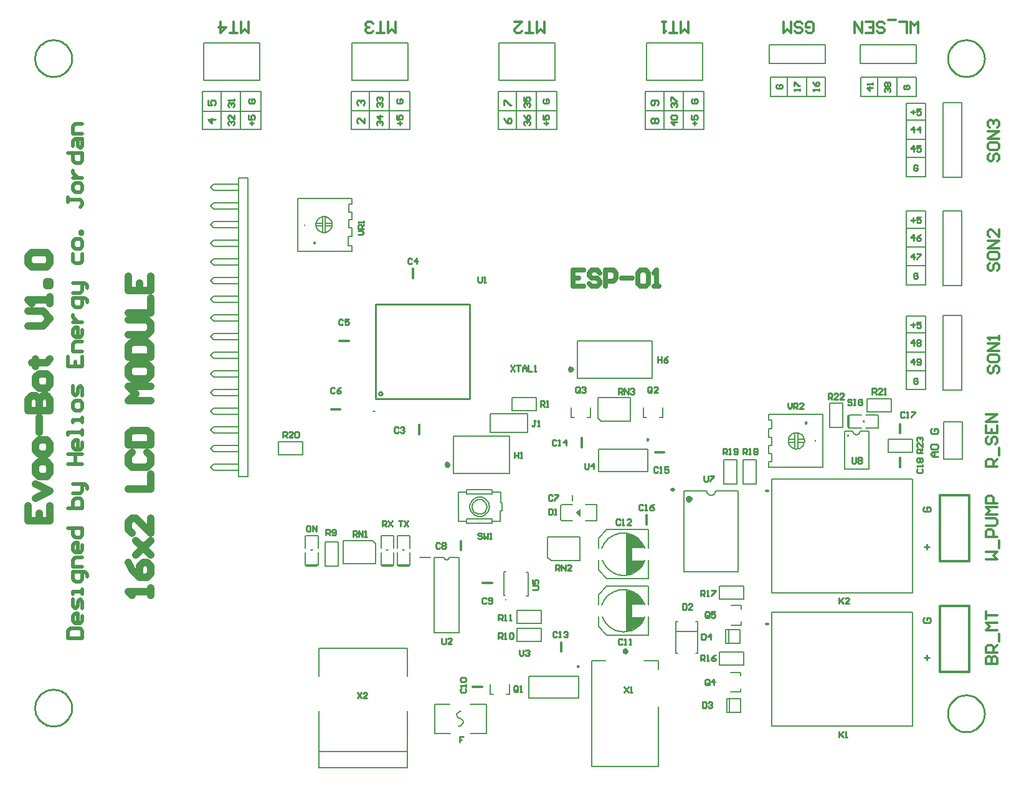
<source format=gto>
G04*
G04 #@! TF.GenerationSoftware,Altium Limited,Altium Designer,20.0.1 (14)*
G04*
G04 Layer_Color=65535*
%FSLAX25Y25*%
%MOIN*%
G70*
G01*
G75*
%ADD10C,0.01000*%
%ADD11C,0.00787*%
%ADD12C,0.00984*%
%ADD13C,0.01575*%
%ADD14C,0.01181*%
%ADD15C,0.02756*%
%ADD16C,0.01968*%
%ADD17C,0.00787*%
%ADD18C,0.00500*%
%ADD19C,0.01200*%
%ADD20C,0.00799*%
%ADD21C,0.00800*%
%ADD22C,0.00600*%
%ADD23C,0.03937*%
%ADD24C,0.01299*%
%ADD25R,0.02134X0.00772*%
%ADD26R,0.06299X0.01535*%
%ADD27R,0.03032X0.05929*%
%ADD28R,0.05709X0.01535*%
%ADD29R,0.04890X0.01284*%
%ADD30R,0.04291X0.01142*%
%ADD31R,0.03551X0.01205*%
%ADD32R,0.02921X0.00772*%
%ADD33R,0.00433X0.00197*%
%ADD34R,0.02874X0.01181*%
%ADD35R,0.03661X0.01181*%
%ADD36R,0.04921X0.01299*%
%ADD37R,0.02874X0.19331*%
%ADD38R,0.03032X0.06142*%
%ADD39R,0.06535X0.01496*%
%ADD40R,0.00787X0.22441*%
G36*
X175855Y107075D02*
X175029Y106005D01*
X174202Y107075D01*
X175855Y107075D01*
D02*
G37*
G36*
X216276Y107126D02*
X215449Y106056D01*
X214622Y107126D01*
X216276Y107126D01*
D02*
G37*
G36*
X225016D02*
X224189Y106056D01*
X223362Y107126D01*
X225016Y107126D01*
D02*
G37*
G36*
X265701Y121618D02*
D01*
D02*
G37*
G36*
X316063Y129134D02*
D01*
D02*
G37*
G36*
X319016Y128819D02*
X316220Y126653D01*
X319016Y124409D01*
Y128819D01*
D02*
G37*
G36*
X470768Y174735D02*
X469698Y175562D01*
X470768Y176389D01*
X470768Y174735D01*
D02*
G37*
D10*
X535083Y370035D02*
X535032Y371031D01*
X534881Y372017D01*
X534631Y372982D01*
X534285Y373917D01*
X533846Y374812D01*
X533319Y375658D01*
X532708Y376447D01*
X532021Y377169D01*
X531265Y377819D01*
X530446Y378388D01*
X529575Y378872D01*
X528658Y379265D01*
X527707Y379564D01*
X526731Y379764D01*
X525739Y379865D01*
X524742D01*
X523750Y379764D01*
X522773Y379564D01*
X521822Y379265D01*
X520906Y378872D01*
X520034Y378388D01*
X519215Y377819D01*
X518459Y377169D01*
X517772Y376447D01*
X517162Y375658D01*
X516634Y374812D01*
X516195Y373917D01*
X515849Y372982D01*
X515599Y372017D01*
X515448Y371031D01*
X515398Y370035D01*
X515448Y369040D01*
X515599Y368054D01*
X515849Y367089D01*
X516195Y366154D01*
X516634Y365259D01*
X517162Y364413D01*
X517772Y363624D01*
X518459Y362902D01*
X519215Y362252D01*
X520034Y361683D01*
X520906Y361199D01*
X521822Y360806D01*
X522773Y360507D01*
X523750Y360306D01*
X524742Y360206D01*
X525739D01*
X526731Y360306D01*
X527707Y360507D01*
X528659Y360806D01*
X529575Y361199D01*
X530446Y361683D01*
X531265Y362252D01*
X532021Y362902D01*
X532708Y363624D01*
X533319Y364413D01*
X533846Y365259D01*
X534285Y366154D01*
X534631Y367089D01*
X534881Y368054D01*
X535032Y369040D01*
X535083Y370035D01*
X535083Y19012D02*
X535032Y20008D01*
X534881Y20993D01*
X534631Y21958D01*
X534285Y22893D01*
X533846Y23788D01*
X533319Y24634D01*
X532708Y25423D01*
X532021Y26146D01*
X531265Y26795D01*
X530446Y27365D01*
X529575Y27849D01*
X528658Y28242D01*
X527707Y28540D01*
X526731Y28741D01*
X525739Y28842D01*
X524742D01*
X523750Y28741D01*
X522773Y28540D01*
X521822Y28242D01*
X520906Y27849D01*
X520034Y27365D01*
X519215Y26795D01*
X518459Y26146D01*
X517772Y25423D01*
X517162Y24634D01*
X516634Y23788D01*
X516195Y22893D01*
X515849Y21958D01*
X515599Y20993D01*
X515448Y20008D01*
X515398Y19012D01*
X515448Y18016D01*
X515599Y17030D01*
X515849Y16065D01*
X516195Y15130D01*
X516634Y14235D01*
X517162Y13389D01*
X517772Y12601D01*
X518459Y11878D01*
X519215Y11229D01*
X520034Y10659D01*
X520906Y10175D01*
X521822Y9782D01*
X522773Y9483D01*
X523750Y9283D01*
X524742Y9182D01*
X525739D01*
X526731Y9283D01*
X527707Y9483D01*
X528658Y9782D01*
X529575Y10175D01*
X530446Y10659D01*
X531265Y11229D01*
X532021Y11878D01*
X532708Y12601D01*
X533319Y13389D01*
X533846Y14235D01*
X534285Y15130D01*
X534631Y16065D01*
X534881Y17031D01*
X535032Y18016D01*
X535083Y19012D01*
X46579Y22043D02*
X46528Y23039D01*
X46377Y24025D01*
X46127Y24990D01*
X45781Y25925D01*
X45342Y26820D01*
X44815Y27666D01*
X44204Y28455D01*
X43517Y29177D01*
X42761Y29827D01*
X41943Y30396D01*
X41071Y30880D01*
X40155Y31273D01*
X39203Y31572D01*
X38227Y31772D01*
X37235Y31873D01*
X36238D01*
X35246Y31772D01*
X34269Y31572D01*
X33318Y31273D01*
X32402Y30880D01*
X31530Y30396D01*
X30712Y29827D01*
X29955Y29177D01*
X29268Y28455D01*
X28658Y27666D01*
X28130Y26820D01*
X27691Y25925D01*
X27345Y24990D01*
X27095Y24025D01*
X26944Y23039D01*
X26894Y22043D01*
X26944Y21047D01*
X27095Y20062D01*
X27345Y19097D01*
X27691Y18162D01*
X28130Y17267D01*
X28658Y16421D01*
X29268Y15632D01*
X29955Y14909D01*
X30712Y14260D01*
X31530Y13690D01*
X32402Y13207D01*
X33318Y12813D01*
X34269Y12515D01*
X35246Y12314D01*
X36238Y12213D01*
X37235D01*
X38227Y12314D01*
X39203Y12515D01*
X40155Y12813D01*
X41071Y13207D01*
X41943Y13690D01*
X42761Y14260D01*
X43517Y14909D01*
X44204Y15632D01*
X44815Y16421D01*
X45342Y17267D01*
X45781Y18162D01*
X46127Y19097D01*
X46377Y20062D01*
X46528Y21048D01*
X46579Y22043D01*
Y370035D02*
X46528Y371031D01*
X46377Y372017D01*
X46127Y372982D01*
X45781Y373917D01*
X45342Y374812D01*
X44815Y375658D01*
X44204Y376447D01*
X43517Y377169D01*
X42761Y377819D01*
X41943Y378388D01*
X41071Y378872D01*
X40155Y379265D01*
X39203Y379564D01*
X38227Y379764D01*
X37235Y379865D01*
X36238D01*
X35246Y379764D01*
X34269Y379564D01*
X33318Y379265D01*
X32402Y378872D01*
X31530Y378388D01*
X30712Y377819D01*
X29955Y377169D01*
X29268Y376447D01*
X28658Y375658D01*
X28130Y374812D01*
X27691Y373917D01*
X27345Y372982D01*
X27095Y372017D01*
X26944Y371031D01*
X26894Y370035D01*
X26944Y369040D01*
X27095Y368054D01*
X27345Y367089D01*
X27691Y366154D01*
X28130Y365259D01*
X28658Y364413D01*
X29268Y363624D01*
X29955Y362902D01*
X30712Y362252D01*
X31530Y361683D01*
X32402Y361199D01*
X33318Y360806D01*
X34269Y360507D01*
X35246Y360306D01*
X36238Y360206D01*
X37235D01*
X38227Y360306D01*
X39203Y360507D01*
X40155Y360806D01*
X41071Y361199D01*
X41943Y361683D01*
X42761Y362252D01*
X43517Y362902D01*
X44204Y363624D01*
X44815Y364413D01*
X45342Y365259D01*
X45781Y366154D01*
X46127Y367089D01*
X46377Y368054D01*
X46528Y369040D01*
X46579Y370035D01*
X212846Y190402D02*
X212354Y191254D01*
X211370D01*
X210878Y190402D01*
X211370Y189550D01*
X212354D01*
X212846Y190402D01*
X209106Y238433D02*
X259500D01*
Y187646D02*
Y238433D01*
X209106Y187646D02*
X259500D01*
X209106D02*
Y238433D01*
X281496Y205511D02*
X283595Y202362D01*
Y205511D02*
X281496Y202362D01*
X284645Y205511D02*
X286744D01*
X285694D01*
Y202362D01*
X287793D02*
Y204461D01*
X288843Y205511D01*
X289892Y204461D01*
Y202362D01*
Y203937D01*
X287793D01*
X290942Y205511D02*
Y202362D01*
X293041D01*
X294090D02*
X295140D01*
X294615D01*
Y205511D01*
X294090Y204986D01*
X504331Y47638D02*
Y50262D01*
X503019Y48950D02*
X505643D01*
X503019Y70340D02*
X502363Y69684D01*
Y68372D01*
X503019Y67716D01*
X505643D01*
X506299Y68372D01*
Y69684D01*
X505643Y70340D01*
X504331D01*
Y69028D01*
X504331Y107087D02*
Y109710D01*
X503019Y108398D02*
X505643D01*
X503019Y129789D02*
X502363Y129133D01*
Y127821D01*
X503019Y127165D01*
X505643D01*
X506299Y127821D01*
Y129133D01*
X505643Y129789D01*
X504331D01*
Y128477D01*
X510236Y156693D02*
X507612D01*
X506300Y158005D01*
X507612Y159317D01*
X510236D01*
X508268D01*
Y156693D01*
X506956Y160629D02*
X506300Y161285D01*
Y162596D01*
X506956Y163252D01*
X509580D01*
X510236Y162596D01*
Y161285D01*
X509580Y160629D01*
X506956D01*
Y171521D02*
X506300Y170865D01*
Y169554D01*
X506956Y168898D01*
X509580D01*
X510236Y169554D01*
Y170865D01*
X509580Y171521D01*
X508268D01*
Y170210D01*
X497244Y205906D02*
Y209054D01*
X495669Y207480D01*
X497768D01*
X498818Y206430D02*
X499343Y205906D01*
X500392D01*
X500917Y206430D01*
Y208529D01*
X500392Y209054D01*
X499343D01*
X498818Y208529D01*
Y208005D01*
X499343Y207480D01*
X500917D01*
X497244Y216142D02*
Y219290D01*
X495669Y217716D01*
X497768D01*
X498818Y218766D02*
X499343Y219290D01*
X500392D01*
X500917Y218766D01*
Y218241D01*
X500392Y217716D01*
X500917Y217191D01*
Y216667D01*
X500392Y216142D01*
X499343D01*
X498818Y216667D01*
Y217191D01*
X499343Y217716D01*
X498818Y218241D01*
Y218766D01*
X499343Y217716D02*
X500392D01*
X495669Y227165D02*
X497768D01*
X496719Y228214D02*
Y226115D01*
X500917Y228739D02*
X498818D01*
Y227165D01*
X499867Y227690D01*
X500392D01*
X500917Y227165D01*
Y226115D01*
X500392Y225591D01*
X499343D01*
X498818Y226115D01*
X499343Y198293D02*
X498818Y198818D01*
X497769D01*
X497244Y198293D01*
Y196194D01*
X497769Y195669D01*
X498818D01*
X499343Y196194D01*
Y197244D01*
X498294D01*
X497244Y262205D02*
Y265353D01*
X495669Y263779D01*
X497768D01*
X498818Y265353D02*
X500917D01*
Y264829D01*
X498818Y262730D01*
Y262205D01*
X497244Y272441D02*
Y275590D01*
X495669Y274015D01*
X497768D01*
X500917Y275590D02*
X499867Y275065D01*
X498818Y274015D01*
Y272966D01*
X499343Y272441D01*
X500392D01*
X500917Y272966D01*
Y273491D01*
X500392Y274015D01*
X498818D01*
X495669Y283464D02*
X497768D01*
X496719Y284514D02*
Y282415D01*
X500917Y285038D02*
X498818D01*
Y283464D01*
X499867Y283989D01*
X500392D01*
X500917Y283464D01*
Y282415D01*
X500392Y281890D01*
X499343D01*
X498818Y282415D01*
X499343Y254592D02*
X498818Y255117D01*
X497769D01*
X497244Y254592D01*
Y252493D01*
X497769Y251969D01*
X498818D01*
X499343Y252493D01*
Y253543D01*
X498294D01*
X499343Y312466D02*
X498818Y312991D01*
X497769D01*
X497244Y312466D01*
Y310367D01*
X497769Y309842D01*
X498818D01*
X499343Y310367D01*
Y311417D01*
X498294D01*
X495669Y341338D02*
X497768D01*
X496719Y342388D02*
Y340288D01*
X500917Y342912D02*
X498818D01*
Y341338D01*
X499867Y341863D01*
X500392D01*
X500917Y341338D01*
Y340288D01*
X500392Y339764D01*
X499343D01*
X498818Y340288D01*
X497244Y330315D02*
Y333464D01*
X495669Y331889D01*
X497768D01*
X500392Y330315D02*
Y333464D01*
X498818Y331889D01*
X500917D01*
X497244Y320079D02*
Y323227D01*
X495669Y321653D01*
X497768D01*
X500917Y323227D02*
X498818D01*
Y321653D01*
X499867Y322178D01*
X500392D01*
X500917Y321653D01*
Y320603D01*
X500392Y320079D01*
X499343D01*
X498818Y320603D01*
X475197Y354330D02*
X472048D01*
X473623Y352756D01*
Y354855D01*
X475197Y355905D02*
Y356954D01*
Y356429D01*
X472048D01*
X472573Y355905D01*
X482022Y351969D02*
X481497Y352493D01*
Y353543D01*
X482022Y354068D01*
X482547D01*
X483071Y353543D01*
Y353018D01*
Y353543D01*
X483596Y354068D01*
X484121D01*
X484646Y353543D01*
Y352493D01*
X484121Y351969D01*
X482022Y355117D02*
X481497Y355642D01*
Y356691D01*
X482022Y357216D01*
X482547D01*
X483071Y356691D01*
X483596Y357216D01*
X484121D01*
X484646Y356691D01*
Y355642D01*
X484121Y355117D01*
X483596D01*
X483071Y355642D01*
X482547Y355117D01*
X482022D01*
X483071Y355642D02*
Y356691D01*
X492258Y355642D02*
X491733Y355118D01*
Y354068D01*
X492258Y353543D01*
X494357D01*
X494882Y354068D01*
Y355118D01*
X494357Y355642D01*
X493308D01*
Y354593D01*
X446457Y352756D02*
Y353805D01*
Y353281D01*
X443308D01*
X443833Y352756D01*
X443308Y357479D02*
X443833Y356429D01*
X444882Y355380D01*
X445932D01*
X446457Y355905D01*
Y356954D01*
X445932Y357479D01*
X445407D01*
X444882Y356954D01*
Y355380D01*
X436221Y352756D02*
Y353805D01*
Y353281D01*
X433072D01*
X433597Y352756D01*
X433072Y355380D02*
Y357479D01*
X433597D01*
X435696Y355380D01*
X436221D01*
X424148Y356036D02*
X423623Y355511D01*
Y354462D01*
X424148Y353937D01*
X426247D01*
X426772Y354462D01*
Y355511D01*
X426247Y356036D01*
X425197D01*
Y354987D01*
X378872Y348162D02*
X378347Y347637D01*
Y346588D01*
X378872Y346063D01*
X380971D01*
X381496Y346588D01*
Y347637D01*
X380971Y348162D01*
X379922D01*
Y347112D01*
Y334252D02*
Y336351D01*
X378872Y335301D02*
X380971D01*
X378347Y339500D02*
Y337401D01*
X379922D01*
X379397Y338450D01*
Y338975D01*
X379922Y339500D01*
X380971D01*
X381496Y338975D01*
Y337925D01*
X380971Y337401D01*
X299345Y348162D02*
X298820Y347637D01*
Y346588D01*
X299345Y346063D01*
X301444D01*
X301969Y346588D01*
Y347637D01*
X301444Y348162D01*
X300394D01*
Y347112D01*
Y334252D02*
Y336351D01*
X299345Y335301D02*
X301444D01*
X298820Y339500D02*
Y337401D01*
X300394D01*
X299869Y338450D01*
Y338975D01*
X300394Y339500D01*
X301444D01*
X301969Y338975D01*
Y337925D01*
X301444Y337401D01*
X220998Y348162D02*
X220474Y347637D01*
Y346588D01*
X220998Y346063D01*
X223097D01*
X223622Y346588D01*
Y347637D01*
X223097Y348162D01*
X222048D01*
Y347112D01*
Y334252D02*
Y336351D01*
X220998Y335301D02*
X223097D01*
X220474Y339500D02*
Y337401D01*
X222048D01*
X221523Y338450D01*
Y338975D01*
X222048Y339500D01*
X223097D01*
X223622Y338975D01*
Y337925D01*
X223097Y337401D01*
X142914Y334252D02*
Y336351D01*
X141864Y335301D02*
X143963D01*
X141340Y339500D02*
Y337401D01*
X142914D01*
X142389Y338450D01*
Y338975D01*
X142914Y339500D01*
X143963D01*
X144488Y338975D01*
Y337925D01*
X143963Y337401D01*
X141864Y348162D02*
X141340Y347637D01*
Y346588D01*
X141864Y346063D01*
X143963D01*
X144488Y346588D01*
Y347637D01*
X143963Y348162D01*
X142914D01*
Y347112D01*
X359974Y344882D02*
X360630Y345538D01*
Y346850D01*
X359974Y347506D01*
X357350D01*
X356694Y346850D01*
Y345538D01*
X357350Y344882D01*
X358006D01*
X358662Y345538D01*
Y347506D01*
X357350Y335433D02*
X356694Y336089D01*
Y337401D01*
X357350Y338057D01*
X358006D01*
X358662Y337401D01*
X359318Y338057D01*
X359974D01*
X360630Y337401D01*
Y336089D01*
X359974Y335433D01*
X359318D01*
X358662Y336089D01*
X358006Y335433D01*
X357350D01*
X358662Y336089D02*
Y337401D01*
X367849Y344094D02*
X367324Y344619D01*
Y345669D01*
X367849Y346194D01*
X368373D01*
X368898Y345669D01*
Y345144D01*
Y345669D01*
X369423Y346194D01*
X369948D01*
X370473Y345669D01*
Y344619D01*
X369948Y344094D01*
X367324Y347243D02*
Y349342D01*
X367849D01*
X369948Y347243D01*
X370473D01*
Y335826D02*
X367324D01*
X368898Y334252D01*
Y336351D01*
X367849Y337401D02*
X367324Y337925D01*
Y338975D01*
X367849Y339500D01*
X369948D01*
X370473Y338975D01*
Y337925D01*
X369948Y337401D01*
X367849D01*
X277954Y344882D02*
Y347506D01*
X278610D01*
X281234Y344882D01*
X281890D01*
X277954Y338057D02*
X278610Y336745D01*
X279922Y335433D01*
X281234D01*
X281890Y336089D01*
Y337401D01*
X281234Y338057D01*
X280578D01*
X279922Y337401D01*
Y335433D01*
X289108Y344094D02*
X288584Y344619D01*
Y345669D01*
X289108Y346194D01*
X289633D01*
X290158Y345669D01*
Y345144D01*
Y345669D01*
X290683Y346194D01*
X291208D01*
X291732Y345669D01*
Y344619D01*
X291208Y344094D01*
X288584Y349342D02*
Y347243D01*
X290158D01*
X289633Y348293D01*
Y348817D01*
X290158Y349342D01*
X291208D01*
X291732Y348817D01*
Y347768D01*
X291208Y347243D01*
X289108Y334252D02*
X288584Y334777D01*
Y335826D01*
X289108Y336351D01*
X289633D01*
X290158Y335826D01*
Y335301D01*
Y335826D01*
X290683Y336351D01*
X291208D01*
X291732Y335826D01*
Y334777D01*
X291208Y334252D01*
X288584Y339500D02*
X289108Y338450D01*
X290158Y337401D01*
X291208D01*
X291732Y337925D01*
Y338975D01*
X291208Y339500D01*
X290683D01*
X290158Y338975D01*
Y337401D01*
X199870Y344882D02*
X199214Y345538D01*
Y346850D01*
X199870Y347506D01*
X200526D01*
X201182Y346850D01*
Y346194D01*
Y346850D01*
X201838Y347506D01*
X202494D01*
X203150Y346850D01*
Y345538D01*
X202494Y344882D01*
X203150Y338057D02*
Y335433D01*
X200526Y338057D01*
X199870D01*
X199214Y337401D01*
Y336089D01*
X199870Y335433D01*
X210368Y344094D02*
X209843Y344619D01*
Y345669D01*
X210368Y346194D01*
X210893D01*
X211418Y345669D01*
Y345144D01*
Y345669D01*
X211943Y346194D01*
X212467D01*
X212992Y345669D01*
Y344619D01*
X212467Y344094D01*
X210368Y347243D02*
X209843Y347768D01*
Y348817D01*
X210368Y349342D01*
X210893D01*
X211418Y348817D01*
Y348293D01*
Y348817D01*
X211943Y349342D01*
X212467D01*
X212992Y348817D01*
Y347768D01*
X212467Y347243D01*
X210368Y334252D02*
X209843Y334777D01*
Y335826D01*
X210368Y336351D01*
X210893D01*
X211418Y335826D01*
Y335301D01*
Y335826D01*
X211943Y336351D01*
X212467D01*
X212992Y335826D01*
Y334777D01*
X212467Y334252D01*
X212992Y338975D02*
X209843D01*
X211418Y337401D01*
Y339500D01*
X130841Y334252D02*
X130316Y334777D01*
Y335826D01*
X130841Y336351D01*
X131366D01*
X131890Y335826D01*
Y335301D01*
Y335826D01*
X132415Y336351D01*
X132940D01*
X133465Y335826D01*
Y334777D01*
X132940Y334252D01*
X133465Y339500D02*
Y337401D01*
X131366Y339500D01*
X130841D01*
X130316Y338975D01*
Y337925D01*
X130841Y337401D01*
Y344094D02*
X130316Y344619D01*
Y345669D01*
X130841Y346194D01*
X131366D01*
X131890Y345669D01*
Y345144D01*
Y345669D01*
X132415Y346194D01*
X132940D01*
X133465Y345669D01*
Y344619D01*
X132940Y344094D01*
X133465Y347243D02*
Y348293D01*
Y347768D01*
X130316D01*
X130841Y347243D01*
X123622Y337401D02*
X119686D01*
X121654Y335433D01*
Y338057D01*
X119686Y347506D02*
Y344882D01*
X121654D01*
X120998Y346194D01*
Y346850D01*
X121654Y347506D01*
X122966D01*
X123622Y346850D01*
Y345538D01*
X122966Y344882D01*
X294816Y175983D02*
X293766D01*
X294291D01*
Y173359D01*
X293766Y172835D01*
X293241D01*
X292717Y173359D01*
X295865Y172835D02*
X296915D01*
X296390D01*
Y175983D01*
X295865Y175459D01*
X321063Y153149D02*
Y150525D01*
X321588Y150000D01*
X322637D01*
X323162Y150525D01*
Y153149D01*
X325786Y150000D02*
Y153149D01*
X324212Y151574D01*
X326311D01*
X360170Y150655D02*
X359645Y151180D01*
X358596D01*
X358071Y150655D01*
Y148556D01*
X358596Y148031D01*
X359645D01*
X360170Y148556D01*
X361220Y148031D02*
X362269D01*
X361744D01*
Y151180D01*
X361220Y150655D01*
X365942Y151180D02*
X363843D01*
Y149606D01*
X364893Y150131D01*
X365418D01*
X365942Y149606D01*
Y148556D01*
X365418Y148031D01*
X364368D01*
X363843Y148556D01*
X305839Y165222D02*
X305314Y165747D01*
X304265D01*
X303740Y165222D01*
Y163123D01*
X304265Y162598D01*
X305314D01*
X305839Y163123D01*
X306889Y162598D02*
X307938D01*
X307414D01*
Y165747D01*
X306889Y165222D01*
X311087Y162598D02*
Y165747D01*
X309513Y164173D01*
X311612D01*
X339173Y190157D02*
Y193306D01*
X340747D01*
X341272Y192781D01*
Y191732D01*
X340747Y191207D01*
X339173D01*
X340223D02*
X341272Y190157D01*
X342322D02*
Y193306D01*
X344421Y190157D01*
Y193306D01*
X345470Y192781D02*
X345995Y193306D01*
X347045D01*
X347569Y192781D01*
Y192256D01*
X347045Y191732D01*
X346520D01*
X347045D01*
X347569Y191207D01*
Y190682D01*
X347045Y190157D01*
X345995D01*
X345470Y190682D01*
X360236Y210235D02*
Y207087D01*
Y208661D01*
X362335D01*
Y210235D01*
Y207087D01*
X365484Y210235D02*
X364434Y209710D01*
X363385Y208661D01*
Y207611D01*
X363910Y207087D01*
X364959D01*
X365484Y207611D01*
Y208136D01*
X364959Y208661D01*
X363385D01*
X305472Y95591D02*
Y98739D01*
X307047D01*
X307572Y98214D01*
Y97165D01*
X307047Y96640D01*
X305472D01*
X306522D02*
X307572Y95591D01*
X308621D02*
Y98739D01*
X310720Y95591D01*
Y98739D01*
X313869Y95591D02*
X311770D01*
X313869Y97690D01*
Y98214D01*
X313344Y98739D01*
X312294D01*
X311770Y98214D01*
X293111Y85433D02*
X295735D01*
X296260Y85958D01*
Y87007D01*
X295735Y87532D01*
X293111D01*
Y90681D02*
Y88582D01*
X294686D01*
X294161Y89631D01*
Y90156D01*
X294686Y90681D01*
X295735D01*
X296260Y90156D01*
Y89106D01*
X295735Y88582D01*
X197047Y113779D02*
Y116928D01*
X198621D01*
X199146Y116403D01*
Y115354D01*
X198621Y114829D01*
X197047D01*
X198097D02*
X199146Y113779D01*
X200196D02*
Y116928D01*
X202295Y113779D01*
Y116928D01*
X203344Y113779D02*
X204394D01*
X203869D01*
Y116928D01*
X203344Y116403D01*
X199409Y30314D02*
X201508Y27165D01*
Y30314D02*
X199409Y27165D01*
X204657D02*
X202558D01*
X204657Y29264D01*
Y29789D01*
X204132Y30314D01*
X203083D01*
X202558Y29789D01*
X342323Y33463D02*
X344422Y30315D01*
Y33463D02*
X342323Y30315D01*
X345471D02*
X346521D01*
X345996D01*
Y33463D01*
X345471Y32939D01*
X429724Y185432D02*
Y183333D01*
X430774Y182283D01*
X431823Y183333D01*
Y185432D01*
X432873Y182283D02*
Y185432D01*
X434447D01*
X434972Y184907D01*
Y183858D01*
X434447Y183333D01*
X432873D01*
X433922D02*
X434972Y182283D01*
X438121D02*
X436022D01*
X438121Y184382D01*
Y184907D01*
X437596Y185432D01*
X436546D01*
X436022Y184907D01*
X199804Y275590D02*
X201903D01*
X202953Y276640D01*
X201903Y277690D01*
X199804D01*
X202953Y278739D02*
X199804D01*
Y280313D01*
X200329Y280838D01*
X201378D01*
X201903Y280313D01*
Y278739D01*
Y279789D02*
X202953Y280838D01*
Y281888D02*
Y282937D01*
Y282413D01*
X199804D01*
X200329Y281888D01*
X464173Y156298D02*
Y153674D01*
X464698Y153150D01*
X465747D01*
X466272Y153674D01*
Y156298D01*
X467322Y155773D02*
X467847Y156298D01*
X468896D01*
X469421Y155773D01*
Y155249D01*
X468896Y154724D01*
X469421Y154199D01*
Y153674D01*
X468896Y153150D01*
X467847D01*
X467322Y153674D01*
Y154199D01*
X467847Y154724D01*
X467322Y155249D01*
Y155773D01*
X467847Y154724D02*
X468896D01*
X385039Y146456D02*
Y143832D01*
X385564Y143307D01*
X386614D01*
X387138Y143832D01*
Y146456D01*
X388188D02*
X390287D01*
Y145931D01*
X388188Y143832D01*
Y143307D01*
X286221Y53149D02*
Y50525D01*
X286745Y50000D01*
X287795D01*
X288319Y50525D01*
Y53149D01*
X289369Y52624D02*
X289894Y53149D01*
X290943D01*
X291468Y52624D01*
Y52099D01*
X290943Y51574D01*
X290419D01*
X290943D01*
X291468Y51050D01*
Y50525D01*
X290943Y50000D01*
X289894D01*
X289369Y50525D01*
X244685Y59448D02*
Y56824D01*
X245210Y56299D01*
X246259D01*
X246784Y56824D01*
Y59448D01*
X249933Y56299D02*
X247834D01*
X249933Y58398D01*
Y58923D01*
X249408Y59448D01*
X248358D01*
X247834Y58923D01*
X263976Y253149D02*
Y250525D01*
X264501Y250000D01*
X265551D01*
X266075Y250525D01*
Y253149D01*
X267125Y250000D02*
X268175D01*
X267650D01*
Y253149D01*
X267125Y252624D01*
X266075Y115222D02*
X265551Y115747D01*
X264501D01*
X263976Y115222D01*
Y114698D01*
X264501Y114173D01*
X265551D01*
X266075Y113648D01*
Y113123D01*
X265551Y112598D01*
X264501D01*
X263976Y113123D01*
X267125Y115747D02*
Y112598D01*
X268175Y113648D01*
X269224Y112598D01*
Y115747D01*
X270274Y112598D02*
X271323D01*
X270798D01*
Y115747D01*
X270274Y115222D01*
X501968Y158661D02*
X498820D01*
Y160236D01*
X499345Y160760D01*
X500394D01*
X500919Y160236D01*
Y158661D01*
Y159711D02*
X501968Y160760D01*
Y163909D02*
Y161810D01*
X499869Y163909D01*
X499345D01*
X498820Y163384D01*
Y162335D01*
X499345Y161810D01*
Y164959D02*
X498820Y165483D01*
Y166533D01*
X499345Y167058D01*
X499869D01*
X500394Y166533D01*
Y166008D01*
Y166533D01*
X500919Y167058D01*
X501444D01*
X501968Y166533D01*
Y165483D01*
X501444Y164959D01*
X451378Y187402D02*
Y190550D01*
X452952D01*
X453477Y190025D01*
Y188976D01*
X452952Y188451D01*
X451378D01*
X452427D02*
X453477Y187402D01*
X456626D02*
X454527D01*
X456626Y189501D01*
Y190025D01*
X456101Y190550D01*
X455051D01*
X454527Y190025D01*
X459774Y187402D02*
X457675D01*
X459774Y189501D01*
Y190025D01*
X459249Y190550D01*
X458200D01*
X457675Y190025D01*
X475000Y190157D02*
Y193306D01*
X476574D01*
X477099Y192781D01*
Y191732D01*
X476574Y191207D01*
X475000D01*
X476050D02*
X477099Y190157D01*
X480248D02*
X478149D01*
X480248Y192256D01*
Y192781D01*
X479723Y193306D01*
X478673D01*
X478149Y192781D01*
X481297Y190157D02*
X482347D01*
X481822D01*
Y193306D01*
X481297Y192781D01*
X159646Y166929D02*
Y170078D01*
X161220D01*
X161745Y169553D01*
Y168503D01*
X161220Y167979D01*
X159646D01*
X160695D02*
X161745Y166929D01*
X164893D02*
X162794D01*
X164893Y169028D01*
Y169553D01*
X164369Y170078D01*
X163319D01*
X162794Y169553D01*
X165943D02*
X166468Y170078D01*
X167517D01*
X168042Y169553D01*
Y167454D01*
X167517Y166929D01*
X166468D01*
X165943Y167454D01*
Y169553D01*
X395079Y157874D02*
Y161023D01*
X396653D01*
X397178Y160498D01*
Y159448D01*
X396653Y158924D01*
X395079D01*
X396128D02*
X397178Y157874D01*
X398227D02*
X399277D01*
X398752D01*
Y161023D01*
X398227Y160498D01*
X400851Y158399D02*
X401376Y157874D01*
X402425D01*
X402950Y158399D01*
Y160498D01*
X402425Y161023D01*
X401376D01*
X400851Y160498D01*
Y159973D01*
X401376Y159448D01*
X402950D01*
X405709Y157874D02*
Y161023D01*
X407283D01*
X407808Y160498D01*
Y159448D01*
X407283Y158924D01*
X405709D01*
X406758D02*
X407808Y157874D01*
X408857D02*
X409907D01*
X409382D01*
Y161023D01*
X408857Y160498D01*
X411481D02*
X412006Y161023D01*
X413055D01*
X413580Y160498D01*
Y159973D01*
X413055Y159448D01*
X413580Y158924D01*
Y158399D01*
X413055Y157874D01*
X412006D01*
X411481Y158399D01*
Y158924D01*
X412006Y159448D01*
X411481Y159973D01*
Y160498D01*
X412006Y159448D02*
X413055D01*
X383268Y81890D02*
Y85038D01*
X384842D01*
X385367Y84514D01*
Y83464D01*
X384842Y82939D01*
X383268D01*
X384317D02*
X385367Y81890D01*
X386416D02*
X387466D01*
X386941D01*
Y85038D01*
X386416Y84514D01*
X389040Y85038D02*
X391139D01*
Y84514D01*
X389040Y82415D01*
Y81890D01*
X383268Y47244D02*
Y50393D01*
X384842D01*
X385367Y49868D01*
Y48818D01*
X384842Y48294D01*
X383268D01*
X384317D02*
X385367Y47244D01*
X386416D02*
X387466D01*
X386941D01*
Y50393D01*
X386416Y49868D01*
X391139Y50393D02*
X390090Y49868D01*
X389040Y48818D01*
Y47769D01*
X389565Y47244D01*
X390614D01*
X391139Y47769D01*
Y48294D01*
X390614Y48818D01*
X389040D01*
X275000Y68898D02*
Y72046D01*
X276574D01*
X277099Y71522D01*
Y70472D01*
X276574Y69947D01*
X275000D01*
X276049D02*
X277099Y68898D01*
X278149D02*
X279198D01*
X278673D01*
Y72046D01*
X278149Y71522D01*
X280772Y68898D02*
X281822D01*
X281297D01*
Y72046D01*
X280772Y71522D01*
X275000Y59055D02*
Y62204D01*
X276574D01*
X277099Y61679D01*
Y60629D01*
X276574Y60105D01*
X275000D01*
X276049D02*
X277099Y59055D01*
X278149D02*
X279198D01*
X278673D01*
Y62204D01*
X278149Y61679D01*
X280772D02*
X281297Y62204D01*
X282347D01*
X282872Y61679D01*
Y59580D01*
X282347Y59055D01*
X281297D01*
X280772Y59580D01*
Y61679D01*
X182655Y114513D02*
Y117661D01*
X184229D01*
X184754Y117136D01*
Y116087D01*
X184229Y115562D01*
X182655D01*
X183705D02*
X184754Y114513D01*
X185804Y115037D02*
X186328Y114513D01*
X187378D01*
X187903Y115037D01*
Y117136D01*
X187378Y117661D01*
X186328D01*
X185804Y117136D01*
Y116612D01*
X186328Y116087D01*
X187903D01*
X297441Y183465D02*
Y186613D01*
X299015D01*
X299540Y186088D01*
Y185039D01*
X299015Y184514D01*
X297441D01*
X298491D02*
X299540Y183465D01*
X300589D02*
X301639D01*
X301114D01*
Y186613D01*
X300589Y186088D01*
X387729Y70997D02*
Y73096D01*
X387204Y73621D01*
X386155D01*
X385630Y73096D01*
Y70997D01*
X386155Y70472D01*
X387204D01*
X386679Y71522D02*
X387729Y70472D01*
X387204D02*
X387729Y70997D01*
X390878Y73621D02*
X388778D01*
Y72047D01*
X389828Y72571D01*
X390353D01*
X390878Y72047D01*
Y70997D01*
X390353Y70472D01*
X389303D01*
X388778Y70997D01*
X387729Y34777D02*
Y36876D01*
X387204Y37401D01*
X386155D01*
X385630Y36876D01*
Y34777D01*
X386155Y34252D01*
X387204D01*
X386679Y35302D02*
X387729Y34252D01*
X387204D02*
X387729Y34777D01*
X390353Y34252D02*
Y37401D01*
X388778Y35826D01*
X390878D01*
X318438Y191470D02*
Y193569D01*
X317913Y194094D01*
X316863D01*
X316339Y193569D01*
Y191470D01*
X316863Y190945D01*
X317913D01*
X317388Y191994D02*
X318438Y190945D01*
X317913D02*
X318438Y191470D01*
X319487Y193569D02*
X320012Y194094D01*
X321061D01*
X321586Y193569D01*
Y193044D01*
X321061Y192519D01*
X320537D01*
X321061D01*
X321586Y191994D01*
Y191470D01*
X321061Y190945D01*
X320012D01*
X319487Y191470D01*
X357020D02*
Y193569D01*
X356496Y194094D01*
X355446D01*
X354921Y193569D01*
Y191470D01*
X355446Y190945D01*
X356496D01*
X355971Y191994D02*
X357020Y190945D01*
X356496D02*
X357020Y191470D01*
X360169Y190945D02*
X358070D01*
X360169Y193044D01*
Y193569D01*
X359644Y194094D01*
X358595D01*
X358070Y193569D01*
X285367Y31233D02*
Y33332D01*
X284842Y33857D01*
X283792D01*
X283268Y33332D01*
Y31233D01*
X283792Y30709D01*
X284842D01*
X284317Y31758D02*
X285367Y30709D01*
X284842D02*
X285367Y31233D01*
X286416Y30709D02*
X287466D01*
X286941D01*
Y33857D01*
X286416Y33332D01*
X463910Y186876D02*
X463385Y187401D01*
X462336D01*
X461811Y186876D01*
Y186351D01*
X462336Y185826D01*
X463385D01*
X463910Y185301D01*
Y184777D01*
X463385Y184252D01*
X462336D01*
X461811Y184777D01*
X464960Y187401D02*
X466009D01*
X465484D01*
Y184252D01*
X464960D01*
X466009D01*
X469683Y186876D02*
X469158Y187401D01*
X468108D01*
X467583Y186876D01*
Y184777D01*
X468108Y184252D01*
X469158D01*
X469683Y184777D01*
Y185826D01*
X468633D01*
X173818Y119684D02*
X172769D01*
X172244Y119159D01*
Y117060D01*
X172769Y116535D01*
X173818D01*
X174343Y117060D01*
Y119159D01*
X173818Y119684D01*
X175393Y116535D02*
Y119684D01*
X177492Y116535D01*
Y119684D01*
X212795Y119291D02*
Y122440D01*
X214370D01*
X214894Y121915D01*
Y120866D01*
X214370Y120341D01*
X212795D01*
X213845D02*
X214894Y119291D01*
X215944Y122440D02*
X218043Y119291D01*
Y122440D02*
X215944Y119291D01*
X221457Y122440D02*
X223556D01*
X222506D01*
Y119291D01*
X224605Y122440D02*
X226704Y119291D01*
Y122440D02*
X224605Y119291D01*
X457283Y81101D02*
Y77953D01*
Y79002D01*
X459382Y81101D01*
X457808Y79527D01*
X459382Y77953D01*
X462531D02*
X460432D01*
X462531Y80052D01*
Y80577D01*
X462006Y81101D01*
X460957D01*
X460432Y80577D01*
X457283Y9448D02*
Y6299D01*
Y7349D01*
X459382Y9448D01*
X457808Y7874D01*
X459382Y6299D01*
X460432D02*
X461482D01*
X460957D01*
Y9448D01*
X460432Y8923D01*
X283465Y159054D02*
Y155905D01*
Y157480D01*
X285564D01*
Y159054D01*
Y155905D01*
X286613D02*
X287663D01*
X287138D01*
Y159054D01*
X286613Y158529D01*
X256233Y6692D02*
X254134D01*
Y5118D01*
X255183D01*
X254134D01*
Y3543D01*
X383661Y61810D02*
Y58661D01*
X385236D01*
X385760Y59186D01*
Y61285D01*
X385236Y61810D01*
X383661D01*
X388384Y58661D02*
Y61810D01*
X386810Y60236D01*
X388909D01*
X384055Y25196D02*
Y22047D01*
X385629D01*
X386154Y22572D01*
Y24671D01*
X385629Y25196D01*
X384055D01*
X387204Y24671D02*
X387729Y25196D01*
X388778D01*
X389303Y24671D01*
Y24146D01*
X388778Y23621D01*
X388253D01*
X388778D01*
X389303Y23097D01*
Y22572D01*
X388778Y22047D01*
X387729D01*
X387204Y22572D01*
X373425Y77952D02*
Y74803D01*
X374999D01*
X375524Y75328D01*
Y77427D01*
X374999Y77952D01*
X373425D01*
X378673Y74803D02*
X376574D01*
X378673Y76902D01*
Y77427D01*
X378148Y77952D01*
X377099D01*
X376574Y77427D01*
X301772Y128739D02*
Y125591D01*
X303346D01*
X303871Y126115D01*
Y128214D01*
X303346Y128739D01*
X301772D01*
X304920Y125591D02*
X305970D01*
X305445D01*
Y128739D01*
X304920Y128214D01*
X499345Y150131D02*
X498820Y149606D01*
Y148556D01*
X499345Y148031D01*
X501444D01*
X501968Y148556D01*
Y149606D01*
X501444Y150131D01*
X501968Y151180D02*
Y152230D01*
Y151705D01*
X498820D01*
X499345Y151180D01*
Y153804D02*
X498820Y154329D01*
Y155378D01*
X499345Y155903D01*
X499869D01*
X500394Y155378D01*
X500919Y155903D01*
X501444D01*
X501968Y155378D01*
Y154329D01*
X501444Y153804D01*
X500919D01*
X500394Y154329D01*
X499869Y153804D01*
X499345D01*
X500394Y154329D02*
Y155378D01*
X492256Y180183D02*
X491732Y180708D01*
X490682D01*
X490158Y180183D01*
Y178084D01*
X490682Y177559D01*
X491732D01*
X492256Y178084D01*
X493306Y177559D02*
X494356D01*
X493831D01*
Y180708D01*
X493306Y180183D01*
X495930Y180708D02*
X498029D01*
Y180183D01*
X495930Y178084D01*
Y177559D01*
X352296Y130577D02*
X351771Y131101D01*
X350722D01*
X350197Y130577D01*
Y128478D01*
X350722Y127953D01*
X351771D01*
X352296Y128478D01*
X353345Y127953D02*
X354395D01*
X353870D01*
Y131101D01*
X353345Y130577D01*
X358068Y131101D02*
X357019Y130577D01*
X355969Y129527D01*
Y128478D01*
X356494Y127953D01*
X357544D01*
X358068Y128478D01*
Y129002D01*
X357544Y129527D01*
X355969D01*
X306233Y62466D02*
X305708Y62991D01*
X304659D01*
X304134Y62466D01*
Y60367D01*
X304659Y59842D01*
X305708D01*
X306233Y60367D01*
X307282Y59842D02*
X308332D01*
X307807D01*
Y62991D01*
X307282Y62466D01*
X309906D02*
X310431Y62991D01*
X311481D01*
X312005Y62466D01*
Y61942D01*
X311481Y61417D01*
X310956D01*
X311481D01*
X312005Y60892D01*
Y60367D01*
X311481Y59842D01*
X310431D01*
X309906Y60367D01*
X340091Y122703D02*
X339566Y123227D01*
X338517D01*
X337992Y122703D01*
Y120604D01*
X338517Y120079D01*
X339566D01*
X340091Y120604D01*
X341141Y120079D02*
X342190D01*
X341666D01*
Y123227D01*
X341141Y122703D01*
X345864Y120079D02*
X343765D01*
X345864Y122178D01*
Y122703D01*
X345339Y123227D01*
X344289D01*
X343765Y122703D01*
X341272Y58529D02*
X340747Y59054D01*
X339698D01*
X339173Y58529D01*
Y56430D01*
X339698Y55905D01*
X340747D01*
X341272Y56430D01*
X342322Y55905D02*
X343371D01*
X342847D01*
Y59054D01*
X342322Y58529D01*
X344946Y55905D02*
X345995D01*
X345470D01*
Y59054D01*
X344946Y58529D01*
X255053Y32414D02*
X254529Y31889D01*
Y30840D01*
X255053Y30315D01*
X257152D01*
X257677Y30840D01*
Y31889D01*
X257152Y32414D01*
X257677Y33463D02*
Y34513D01*
Y33988D01*
X254529D01*
X255053Y33463D01*
Y36087D02*
X254529Y36612D01*
Y37662D01*
X255053Y38186D01*
X257152D01*
X257677Y37662D01*
Y36612D01*
X257152Y36087D01*
X255053D01*
X268438Y80577D02*
X267913Y81101D01*
X266863D01*
X266339Y80577D01*
Y78478D01*
X266863Y77953D01*
X267913D01*
X268438Y78478D01*
X269487D02*
X270012Y77953D01*
X271061D01*
X271586Y78478D01*
Y80577D01*
X271061Y81101D01*
X270012D01*
X269487Y80577D01*
Y80052D01*
X270012Y79527D01*
X271586D01*
X243635Y110104D02*
X243110Y110629D01*
X242060D01*
X241535Y110104D01*
Y108005D01*
X242060Y107480D01*
X243110D01*
X243635Y108005D01*
X244684Y110104D02*
X245209Y110629D01*
X246258D01*
X246783Y110104D01*
Y109579D01*
X246258Y109055D01*
X246783Y108530D01*
Y108005D01*
X246258Y107480D01*
X245209D01*
X244684Y108005D01*
Y108530D01*
X245209Y109055D01*
X244684Y109579D01*
Y110104D01*
X245209Y109055D02*
X246258D01*
X303871Y135695D02*
X303346Y136220D01*
X302296D01*
X301772Y135695D01*
Y133596D01*
X302296Y133071D01*
X303346D01*
X303871Y133596D01*
X304920Y136220D02*
X307019D01*
Y135695D01*
X304920Y133596D01*
Y133071D01*
X187335Y193175D02*
X186811Y193700D01*
X185761D01*
X185236Y193175D01*
Y191076D01*
X185761Y190551D01*
X186811D01*
X187335Y191076D01*
X190484Y193700D02*
X189434Y193175D01*
X188385Y192125D01*
Y191076D01*
X188910Y190551D01*
X189959D01*
X190484Y191076D01*
Y191601D01*
X189959Y192125D01*
X188385D01*
X191666Y229789D02*
X191141Y230314D01*
X190092D01*
X189567Y229789D01*
Y227690D01*
X190092Y227165D01*
X191141D01*
X191666Y227690D01*
X194815Y230314D02*
X192716D01*
Y228740D01*
X193765Y229264D01*
X194290D01*
X194815Y228740D01*
Y227690D01*
X194290Y227165D01*
X193240D01*
X192716Y227690D01*
X228674Y262466D02*
X228149Y262991D01*
X227100D01*
X226575Y262466D01*
Y260367D01*
X227100Y259842D01*
X228149D01*
X228674Y260367D01*
X231298Y259842D02*
Y262991D01*
X229723Y261417D01*
X231822D01*
X221390Y172112D02*
X220866Y172637D01*
X219816D01*
X219291Y172112D01*
Y170013D01*
X219816Y169488D01*
X220866D01*
X221390Y170013D01*
X222440Y172112D02*
X222965Y172637D01*
X224014D01*
X224539Y172112D01*
Y171587D01*
X224014Y171063D01*
X223489D01*
X224014D01*
X224539Y170538D01*
Y170013D01*
X224014Y169488D01*
X222965D01*
X222440Y170013D01*
D11*
X185906Y280984D02*
X185789Y281983D01*
X185445Y282928D01*
X184892Y283768D01*
X184161Y284458D01*
X183290Y284961D01*
X182327Y285249D01*
X181323Y285308D01*
X180333Y285133D01*
X179409Y284735D01*
X178603Y284134D01*
X177956Y283364D01*
X177505Y282465D01*
X177273Y281487D01*
Y280482D01*
X177505Y279503D01*
X177956Y278605D01*
X178603Y277834D01*
X179409Y277234D01*
X180333Y276835D01*
X181323Y276661D01*
X182327Y276719D01*
X183290Y277008D01*
X184161Y277510D01*
X184892Y278201D01*
X185445Y279041D01*
X185789Y279985D01*
X185906Y280984D01*
X330571Y101185D02*
X330939Y100263D01*
X331381Y99374D01*
X331894Y98525D01*
X332476Y97721D01*
X333121Y96967D01*
X333826Y96269D01*
X334587Y95631D01*
X335396Y95057D01*
X336251Y94552D01*
X337143Y94119D01*
X338069Y93760D01*
X339020Y93479D01*
X339992Y93276D01*
X340977Y93154D01*
X341968Y93114D01*
X342960Y93154D01*
X343945Y93276D01*
X344917Y93479D01*
X345868Y93760D01*
X346794Y94119D01*
X347686Y94552D01*
X348541Y95057D01*
X349351Y95631D01*
X350111Y96269D01*
X350816Y96967D01*
X351461Y97721D01*
X352043Y98525D01*
X352556Y99374D01*
X352998Y100263D01*
X353366Y101185D01*
X353157Y107606D02*
X352790Y108528D01*
X352348Y109417D01*
X351834Y110266D01*
X351253Y111070D01*
X350607Y111824D01*
X349902Y112522D01*
X349142Y113160D01*
X348332Y113734D01*
X347478Y114239D01*
X346585Y114672D01*
X345659Y115031D01*
X344708Y115312D01*
X343736Y115515D01*
X342751Y115637D01*
X341760Y115677D01*
X340768Y115637D01*
X339783Y115515D01*
X338812Y115312D01*
X337860Y115031D01*
X336935Y114672D01*
X336042Y114239D01*
X335188Y113734D01*
X334378Y113160D01*
X333618Y112522D01*
X332912Y111824D01*
X332267Y111070D01*
X331685Y110266D01*
X331172Y109417D01*
X330730Y108528D01*
X330362Y107606D01*
X208713Y181150D02*
X207925D01*
X208713D01*
X464685Y170354D02*
X464949Y169370D01*
X465669Y168649D01*
X466653Y168386D01*
X467638Y168649D01*
X468358Y169370D01*
X468622Y170354D01*
X462559Y167953D02*
X461909Y168328D01*
Y167578D01*
X462559Y167953D01*
X438740Y165118D02*
X438623Y166117D01*
X438279Y167062D01*
X437727Y167902D01*
X436996Y168592D01*
X436125Y169095D01*
X435161Y169383D01*
X434158Y169441D01*
X433167Y169267D01*
X432244Y168869D01*
X431437Y168268D01*
X430791Y167498D01*
X430340Y166599D01*
X430108Y165621D01*
Y164615D01*
X430340Y163637D01*
X430791Y162738D01*
X431437Y161968D01*
X432244Y161368D01*
X433167Y160969D01*
X434158Y160795D01*
X435161Y160853D01*
X436125Y161142D01*
X436996Y161644D01*
X437727Y162334D01*
X438279Y163174D01*
X438623Y164119D01*
X438740Y165118D01*
X388779Y135827D02*
X389684Y136007D01*
X390450Y136519D01*
X390962Y137285D01*
X391142Y138189D01*
X386417D02*
X386597Y137285D01*
X387109Y136519D01*
X387876Y136007D01*
X388779Y135827D01*
X253616Y12205D02*
X254568Y12394D01*
X255374Y12933D01*
X255913Y13739D01*
X256102Y14691D01*
X255888Y15492D01*
X255301Y16078D01*
X254501Y16293D01*
X254908Y20325D02*
X253880Y20150D01*
X253076Y19486D01*
X252708Y18511D01*
X252873Y17481D01*
X253529Y16671D01*
X254501Y16293D01*
X245805Y102744D02*
X246221Y101740D01*
X247224Y101325D01*
X248228Y101740D01*
X248644Y102744D01*
X270088Y129768D02*
X269994Y130754D01*
X269715Y131706D01*
X269260Y132587D01*
X268648Y133366D01*
X267899Y134015D01*
X267040Y134511D01*
X266103Y134835D01*
X265122Y134976D01*
X264132Y134929D01*
X263169Y134695D01*
X262267Y134283D01*
X261459Y133708D01*
X260775Y132991D01*
X260240Y132157D01*
X259871Y131237D01*
X259683Y130263D01*
Y129272D01*
X259871Y128299D01*
X260240Y127378D01*
X260775Y126545D01*
X261459Y125827D01*
X262267Y125252D01*
X263169Y124840D01*
X264132Y124607D01*
X265122Y124559D01*
X266103Y124701D01*
X267040Y125025D01*
X267899Y125520D01*
X268648Y126170D01*
X269260Y126949D01*
X269715Y127830D01*
X269994Y128781D01*
X270088Y129768D01*
X268811Y129768D02*
X268687Y130747D01*
X268324Y131664D01*
X267744Y132463D01*
X266984Y133092D01*
X266091Y133512D01*
X265121Y133697D01*
X264136Y133635D01*
X263198Y133330D01*
X262364Y132801D01*
X261689Y132082D01*
X261213Y131217D01*
X260968Y130261D01*
Y129274D01*
X261213Y128318D01*
X261689Y127454D01*
X262364Y126734D01*
X263198Y126205D01*
X264136Y125900D01*
X265121Y125838D01*
X266091Y126023D01*
X266984Y126444D01*
X267744Y127073D01*
X268324Y127871D01*
X268687Y128789D01*
X268811Y129768D01*
X330571Y70870D02*
X330939Y69948D01*
X331381Y69059D01*
X331894Y68210D01*
X332476Y67406D01*
X333121Y66652D01*
X333826Y65954D01*
X334587Y65316D01*
X335396Y64742D01*
X336251Y64237D01*
X337143Y63804D01*
X338069Y63445D01*
X339020Y63164D01*
X339992Y62961D01*
X340977Y62839D01*
X341968Y62799D01*
X342960Y62839D01*
X343945Y62961D01*
X344917Y63164D01*
X345868Y63445D01*
X346794Y63804D01*
X347686Y64237D01*
X348541Y64742D01*
X349351Y65316D01*
X350111Y65954D01*
X350816Y66652D01*
X351461Y67406D01*
X352043Y68210D01*
X352556Y69059D01*
X352998Y69948D01*
X353366Y70870D01*
X353157Y77291D02*
X352790Y78213D01*
X352348Y79102D01*
X351834Y79951D01*
X351253Y80755D01*
X350607Y81509D01*
X349902Y82207D01*
X349142Y82845D01*
X348332Y83419D01*
X347478Y83924D01*
X346585Y84357D01*
X345659Y84716D01*
X344708Y84997D01*
X343736Y85200D01*
X342751Y85322D01*
X341760Y85362D01*
X340768Y85322D01*
X339783Y85200D01*
X338812Y84997D01*
X337860Y84716D01*
X336935Y84357D01*
X336042Y83924D01*
X335188Y83419D01*
X334378Y82845D01*
X333618Y82207D01*
X332912Y81509D01*
X332267Y80755D01*
X331685Y79951D01*
X331172Y79102D01*
X330730Y78213D01*
X330362Y77291D01*
X280787Y147598D02*
Y167598D01*
X250787Y147598D02*
Y167598D01*
X280787D01*
X250787Y147598D02*
X280787D01*
X261621D02*
X280787D01*
X357165Y198543D02*
Y218543D01*
X317165Y198543D02*
Y218543D01*
X357165D01*
X317165Y198543D02*
X357165D01*
X493307Y212598D02*
X503543D01*
X493307Y222835D02*
X503543D01*
X493307Y231890D02*
X503543D01*
X493307Y192520D02*
Y231890D01*
Y192520D02*
X503543D01*
Y231890D01*
X493307Y202362D02*
Y202756D01*
X503543D01*
X493307Y268898D02*
X503543D01*
X493307Y279134D02*
X503543D01*
X493307Y288189D02*
X503543D01*
X493307Y248819D02*
Y288189D01*
Y248819D02*
X503543D01*
Y288189D01*
X493307Y258662D02*
Y259055D01*
X503543D01*
X493307Y316929D02*
X503543D01*
X493307Y316535D02*
Y316929D01*
X503543Y306693D02*
Y346063D01*
X493307Y306693D02*
X503543D01*
X493307D02*
Y346063D01*
X503543D01*
X493307Y337008D02*
X503543D01*
X493307Y326772D02*
X503543D01*
X468898Y359842D02*
X498425D01*
Y349606D02*
Y359842D01*
X468898Y349606D02*
X498425D01*
X468898D02*
Y359842D01*
X477953Y349606D02*
Y359842D01*
X488189Y349606D02*
Y359842D01*
X439764Y349606D02*
Y359842D01*
X429528Y349606D02*
Y359842D01*
X420472Y349606D02*
Y359842D01*
Y349606D02*
X450000D01*
Y359842D01*
X420472D02*
X450000D01*
X274803Y342126D02*
X306299D01*
X353543D02*
X385039D01*
X374016Y352362D02*
X385039D01*
Y331890D02*
Y352362D01*
X374016Y331890D02*
X385039D01*
X295276Y352362D02*
X306299D01*
Y331890D02*
Y352362D01*
X295276Y331890D02*
X306299D01*
X196063Y342126D02*
X227559D01*
X216535Y331890D02*
X227559D01*
Y352362D01*
X216535D02*
X227559D01*
X148031Y341339D02*
Y341535D01*
X137008D02*
X148031D01*
X137008Y331890D02*
X148031D01*
Y333071D01*
Y352362D01*
X146457D02*
X148031D01*
X137008D02*
X146457D01*
X363386Y331890D02*
Y352362D01*
X295276Y331890D02*
Y352362D01*
X353543Y331890D02*
X374016D01*
Y352362D01*
X353543D02*
X374016D01*
X284646Y331890D02*
Y352362D01*
X216535Y331890D02*
Y352362D01*
X274803Y331890D02*
X295276D01*
X353543D02*
Y352362D01*
X274803D02*
X295276D01*
X205906Y331890D02*
Y352362D01*
X137008Y331890D02*
Y352362D01*
X196063Y331890D02*
X216535D01*
X274803D02*
Y352362D01*
X196063D02*
X216535D01*
X116535Y341535D02*
X137008D01*
X116535Y352362D02*
X137008D01*
X196063Y331890D02*
Y352362D01*
X116535Y331890D02*
X137008D01*
X116535D02*
Y352362D01*
X126378Y331890D02*
Y352362D01*
X513307Y155236D02*
Y175236D01*
Y155236D02*
X523307D01*
Y175236D01*
X513307D02*
X523307D01*
X117047Y358248D02*
Y378248D01*
X147047Y358248D02*
Y378248D01*
X117047Y358248D02*
X147047D01*
X117047Y378248D02*
X147047D01*
X117047D02*
X136214D01*
X196575Y358248D02*
Y378248D01*
X226575Y358248D02*
Y378248D01*
X196575Y358248D02*
X226575D01*
X196575Y378248D02*
X226575D01*
X196575D02*
X215741D01*
X275315Y358248D02*
Y378248D01*
X305315Y358248D02*
Y378248D01*
X275315Y358248D02*
X305315D01*
X275315Y378248D02*
X305315D01*
X275315D02*
X294482D01*
X354055Y358248D02*
Y378248D01*
X384055Y358248D02*
Y378248D01*
X354055Y358248D02*
X384055D01*
X354055Y378248D02*
X384055D01*
X354055D02*
X373222D01*
X449961Y367284D02*
Y377284D01*
X419961Y367284D02*
X449961D01*
X419961D02*
Y377284D01*
X449961D01*
X468425Y367284D02*
Y377284D01*
X498425D01*
Y367284D02*
Y377284D01*
X468425Y367284D02*
X498425D01*
X513031Y306260D02*
X523032D01*
X513031D02*
Y346260D01*
X523032Y306260D02*
Y346260D01*
X513031D02*
X523032D01*
X513031Y248268D02*
X523032D01*
X513031D02*
Y288268D01*
X523032Y248268D02*
Y288268D01*
X513031D02*
X523032D01*
X513031Y192165D02*
X523032D01*
X513031D02*
Y232165D01*
X523032Y192165D02*
Y232165D01*
X513031D02*
X523032D01*
X196378Y266811D02*
Y269803D01*
X194646D02*
X196378D01*
X194646D02*
Y274567D01*
X196378D01*
Y279252D01*
X194724D02*
X196378D01*
X194724D02*
Y283543D01*
X196378D01*
Y287795D01*
X194764D02*
X196378D01*
X194764D02*
Y292047D01*
X196378D01*
Y295158D01*
X370158Y62951D02*
X381378D01*
X343622Y114961D02*
Y115276D01*
X350339Y97465D02*
X350740D01*
Y98213D01*
X352394Y99866D01*
X346685Y97228D02*
Y99866D01*
X349756Y96598D02*
X350142Y96984D01*
Y99551D01*
X349827Y99866D02*
X350142Y99551D01*
X346685Y99866D02*
X349827D01*
X349421Y100535D02*
X349563Y100677D01*
X345618Y100535D02*
X349421D01*
X345390Y108150D02*
X349193D01*
X349335Y108008D01*
X346457Y108819D02*
X349598D01*
X349913Y109134D01*
Y111701D01*
X349528Y112087D02*
X349913Y111701D01*
X344417Y115047D02*
X345000D01*
X343976Y114606D02*
X344417Y115047D01*
X346457Y108819D02*
Y111457D01*
X350512Y110472D02*
X352165Y108819D01*
X350512Y110472D02*
Y111221D01*
X350110D02*
X350512D01*
X347610Y113721D02*
X350110Y111221D01*
X344488Y114094D02*
X346890D01*
X343622Y114961D02*
X344488Y114094D01*
X352614Y91425D02*
X355323D01*
X332921D02*
X352614D01*
X328465Y95882D02*
X332921Y91425D01*
X328465Y95882D02*
Y101354D01*
X328496Y107567D02*
Y113039D01*
X332953Y117496D01*
X352646D01*
X355354D01*
Y117402D02*
Y117496D01*
X355354Y91417D02*
Y101260D01*
X355354Y107559D02*
Y117402D01*
X460157Y150157D02*
Y170354D01*
Y150157D02*
X473071D01*
Y170354D01*
X419606Y176299D02*
Y179291D01*
Y176299D02*
X421339D01*
Y171535D02*
Y176299D01*
X419606Y171535D02*
X421339D01*
X419606Y166850D02*
Y171535D01*
Y166850D02*
X421260D01*
Y162559D02*
Y166850D01*
X419606Y162559D02*
X421260D01*
X419606Y158307D02*
Y162559D01*
Y158307D02*
X421220D01*
Y154055D02*
Y158307D01*
X419606Y154055D02*
X421220D01*
X419606Y150945D02*
Y154055D01*
X374213Y94882D02*
Y138189D01*
Y94882D02*
X403346D01*
Y138189D01*
X374213D02*
X386417D01*
X391142D02*
X403346D01*
X328646Y148719D02*
Y160530D01*
X355024Y148719D02*
Y160530D01*
X328646Y148719D02*
X355024D01*
X328646Y160530D02*
X355024D01*
X352507Y177737D02*
X354279D01*
X361169D02*
X362954D01*
X362941D02*
Y183052D01*
X352507Y177737D02*
Y183052D01*
X313925Y177737D02*
X315697D01*
X322586D02*
X324371D01*
X324358D02*
Y183052D01*
X313925Y177737D02*
Y183052D01*
X270394Y169803D02*
Y179803D01*
X290394D01*
Y169803D02*
Y179803D01*
X270394Y169803D02*
X290394D01*
X277913Y82165D02*
Y94842D01*
X278740D01*
X277913Y82165D02*
X278701D01*
X290748Y82047D02*
Y94724D01*
X289961D02*
X290748D01*
X289921Y82047D02*
X290748D01*
X240748Y8268D02*
X249213D01*
X240748D02*
Y24016D01*
X248819D01*
X260039Y8268D02*
X260433D01*
X268701D01*
Y8661D01*
Y24016D01*
X260039D02*
X268701D01*
X270441Y29430D02*
Y34745D01*
X280874Y29430D02*
Y34745D01*
X279102Y29430D02*
X280887D01*
X270441D02*
X272212D01*
X178724Y-1413D02*
X226362D01*
X178724Y-1807D02*
Y-1413D01*
X226362Y-9902D02*
Y20240D01*
X222819Y-9902D02*
X226362D01*
X178724D02*
Y20240D01*
Y-9902D02*
X180299D01*
X178724Y39138D02*
Y54098D01*
X180299D01*
X226362Y39138D02*
Y54098D01*
X222819D02*
X226362D01*
X180299D02*
X222819D01*
X180299Y-9902D02*
X222819D01*
X248644Y102744D02*
X253917D01*
X240531D02*
X245805D01*
X253917Y62193D02*
Y102744D01*
X240531Y62193D02*
X253917D01*
X240531D02*
Y102744D01*
X232756Y102626D02*
X238661D01*
X253614Y122051D02*
X258024D01*
X271567Y137602D02*
X275976D01*
X258220Y120831D02*
X271646D01*
X258024D02*
Y122051D01*
Y123193D01*
X271606D01*
X271646D01*
Y122051D02*
Y123193D01*
X271567Y137799D02*
Y138941D01*
X257945D02*
X271528D01*
X257945Y137799D02*
Y138941D01*
Y136579D02*
Y137799D01*
X258142Y136579D02*
X271567D01*
Y137799D01*
X258024Y120831D02*
X258220D01*
X253614Y137602D02*
X257945D01*
X253614Y122051D02*
Y137602D01*
X271646Y122051D02*
X275976D01*
X271646Y120831D02*
Y122051D01*
X275976D02*
Y127524D01*
X276961D02*
Y132051D01*
X276095D02*
X276961D01*
X276095D02*
Y137602D01*
X275976D02*
X276095D01*
X275976Y127524D02*
X276961D01*
X291335Y38979D02*
X317713D01*
X291335Y27168D02*
X317713D01*
Y38979D01*
X291335Y27168D02*
Y38979D01*
X399428Y66484D02*
X404743D01*
X399428Y76917D02*
X404743D01*
Y75145D02*
Y76930D01*
Y66484D02*
Y68256D01*
X399213Y30610D02*
X404528D01*
X399213Y41043D02*
X404528D01*
Y39272D02*
Y41057D01*
Y30610D02*
Y32382D01*
X343622Y84646D02*
Y84961D01*
X350339Y67150D02*
X350740D01*
Y67898D01*
X352394Y69551D01*
X346685Y66913D02*
Y69551D01*
X349756Y66283D02*
X350142Y66669D01*
Y69236D01*
X349827Y69551D02*
X350142Y69236D01*
X346685Y69551D02*
X349827D01*
X349421Y70220D02*
X349563Y70362D01*
X345618Y70220D02*
X349421D01*
X345390Y77835D02*
X349193D01*
X349335Y77693D01*
X346457Y78504D02*
X349598D01*
X349913Y78819D01*
Y81386D01*
X349528Y81772D02*
X349913Y81386D01*
X344417Y84732D02*
X345000D01*
X343976Y84291D02*
X344417Y84732D01*
X346457Y78504D02*
Y81142D01*
X350512Y80158D02*
X352165Y78504D01*
X350512Y80158D02*
Y80905D01*
X350110D02*
X350512D01*
X347610Y83406D02*
X350110Y80905D01*
X344488Y83780D02*
X346890D01*
X343622Y84646D02*
X344488Y83780D01*
X352614Y61110D02*
X355323D01*
X332921D02*
X352614D01*
X328465Y65567D02*
X332921Y61110D01*
X328465Y65567D02*
Y71039D01*
X328496Y77252D02*
Y82724D01*
X332953Y87181D01*
X352646D01*
X355354D01*
Y87087D02*
Y87181D01*
X355354Y61102D02*
Y70945D01*
X355354Y77244D02*
Y87087D01*
X140827Y146142D02*
Y298642D01*
Y306142D01*
X122494Y149475D02*
X135827D01*
X120827Y151142D02*
X122494Y149475D01*
X120827Y151142D02*
X122494Y152808D01*
X135827D01*
X122494Y159475D02*
X135827D01*
X120827Y161142D02*
X122494Y159475D01*
X120827Y161142D02*
X122494Y162808D01*
X135827D01*
X122494Y169475D02*
X135827D01*
X120827Y171142D02*
X122494Y169475D01*
X120827Y171142D02*
X122494Y172808D01*
X135827D01*
X122494Y179475D02*
X135827D01*
X120827Y181142D02*
X122494Y179475D01*
X120827Y181142D02*
X122494Y182808D01*
X135827D01*
X122494Y189475D02*
X135827D01*
X120827Y191142D02*
X122494Y189475D01*
X120827Y191142D02*
X122494Y192808D01*
X135827D01*
X122494Y199475D02*
X135827D01*
X120827Y201142D02*
X122494Y199475D01*
X120827Y201142D02*
X122494Y202808D01*
X135827D01*
X122494Y209475D02*
X135827D01*
X120827Y211142D02*
X122494Y209475D01*
X120827Y211142D02*
X122494Y212808D01*
X135827D01*
X122494Y219475D02*
X135827D01*
X120827Y221142D02*
X122494Y219475D01*
X120827Y221142D02*
X122494Y222808D01*
X135827D01*
X122494Y229475D02*
X135827D01*
X120827Y231142D02*
X122494Y229475D01*
X120827Y231142D02*
X122494Y232808D01*
X135827D01*
X122494Y239475D02*
X135827D01*
X120827Y241142D02*
X122494Y239475D01*
X120827Y241142D02*
X122494Y242808D01*
X135827D01*
X122494Y249475D02*
X135827D01*
X120827Y251142D02*
X122494Y249475D01*
X120827Y251142D02*
X122494Y252808D01*
X135827D01*
X122494Y259475D02*
X135827D01*
X120827Y261142D02*
X122494Y259475D01*
X120827Y261142D02*
X122494Y262808D01*
X135827D01*
X122494Y269475D02*
X135827D01*
X120827Y271142D02*
X122494Y269475D01*
X120827Y271142D02*
X122494Y272808D01*
X135827D01*
X122494Y279475D02*
X135827D01*
X120827Y281142D02*
X122494Y279475D01*
X120827Y281142D02*
X122494Y282808D01*
X135827D01*
X122494Y289475D02*
X135827D01*
X120827Y291142D02*
X122494Y289475D01*
X120827Y291142D02*
X122494Y292808D01*
X135827D01*
X122494Y299475D02*
X135827D01*
X120827Y301142D02*
X122494Y299475D01*
X120827Y301142D02*
X122494Y302808D01*
X135827D01*
Y146142D02*
X140827D01*
X135827D02*
Y306142D01*
X140827D01*
D12*
X177027Y271260D02*
X176289Y271686D01*
Y270834D01*
X177027Y271260D01*
X314764Y203543D02*
X314319Y204467D01*
X313320Y204695D01*
X312519Y204056D01*
Y203031D01*
X313320Y202392D01*
X314319Y202620D01*
X314764Y203543D01*
X314055D02*
X313347Y203953D01*
Y203134D01*
X314055Y203543D01*
X247913Y152362D02*
X247205Y152771D01*
Y151953D01*
X247913Y152362D01*
X439941Y174843D02*
X439203Y175269D01*
Y174416D01*
X439941Y174843D01*
X355320Y165845D02*
X354581Y166271D01*
Y165419D01*
X355320Y165845D01*
X248622Y152362D02*
X248177Y153286D01*
X247178Y153514D01*
X246377Y152875D01*
Y151850D01*
X247178Y151211D01*
X248177Y151439D01*
X248622Y152362D01*
X318009Y44294D02*
X317270Y44720D01*
Y43867D01*
X318009Y44294D01*
D13*
X343512Y52465D02*
X342968Y53213D01*
X342087Y52927D01*
Y52002D01*
X342968Y51716D01*
X343512Y52465D01*
D14*
X419095Y138264D02*
X418307D01*
X419095D01*
Y67004D02*
X418307D01*
X419095D01*
X526968Y45118D02*
Y76772D01*
X511220D02*
X526968D01*
X511220Y41339D02*
Y76772D01*
Y41339D02*
X526968D01*
Y45118D01*
X526968Y104449D02*
Y136102D01*
X511221D02*
X526968D01*
X511221Y100669D02*
Y136102D01*
Y100669D02*
X526968D01*
Y104449D01*
D15*
X377559Y133858D02*
X376969Y134449D01*
X376378Y133858D01*
X376969Y133268D01*
X377559Y133858D01*
X320615Y256572D02*
X314843D01*
Y247913D01*
X320615D01*
X314843Y252243D02*
X317729D01*
X329274Y255129D02*
X327831Y256572D01*
X324944D01*
X323501Y255129D01*
Y253686D01*
X324944Y252243D01*
X327831D01*
X329274Y250800D01*
Y249357D01*
X327831Y247913D01*
X324944D01*
X323501Y249357D01*
X332160Y247913D02*
Y256572D01*
X336489D01*
X337932Y255129D01*
Y252243D01*
X336489Y250800D01*
X332160D01*
X340818Y252243D02*
X346591D01*
X349477Y255129D02*
X350920Y256572D01*
X353806D01*
X355249Y255129D01*
Y249357D01*
X353806Y247913D01*
X350920D01*
X349477Y249357D01*
Y255129D01*
X358136Y247913D02*
X361022D01*
X359579D01*
Y256572D01*
X358136Y255129D01*
D16*
X368701Y138976D02*
X367913D01*
X368701D01*
X44491Y59449D02*
X52362D01*
Y63385D01*
X51050Y64697D01*
X45803D01*
X44491Y63385D01*
Y59449D01*
X52362Y71256D02*
Y68632D01*
X51050Y67320D01*
X48426D01*
X47115Y68632D01*
Y71256D01*
X48426Y72568D01*
X49738D01*
Y67320D01*
X52362Y75192D02*
Y79128D01*
X51050Y80439D01*
X49738Y79128D01*
Y76504D01*
X48426Y75192D01*
X47115Y76504D01*
Y80439D01*
X52362Y83063D02*
Y85687D01*
Y84375D01*
X47115D01*
Y83063D01*
X54986Y92247D02*
Y93559D01*
X53674Y94871D01*
X47115D01*
Y90935D01*
X48426Y89623D01*
X51050D01*
X52362Y90935D01*
Y94871D01*
Y97494D02*
X47115D01*
Y101430D01*
X48426Y102742D01*
X52362D01*
Y109301D02*
Y106678D01*
X51050Y105366D01*
X48426D01*
X47115Y106678D01*
Y109301D01*
X48426Y110613D01*
X49738D01*
Y105366D01*
X44491Y118485D02*
X52362D01*
Y114549D01*
X51050Y113237D01*
X48426D01*
X47115Y114549D01*
Y118485D01*
X44491Y128980D02*
X52362D01*
Y132916D01*
X51050Y134228D01*
X49738D01*
X48426D01*
X47115Y132916D01*
Y128980D01*
Y136852D02*
X51050D01*
X52362Y138164D01*
Y142099D01*
X53674D01*
X54986Y140787D01*
Y139476D01*
X52362Y142099D02*
X47115D01*
X44491Y152595D02*
X52362D01*
X48426D01*
Y157842D01*
X44491D01*
X52362D01*
Y164402D02*
Y161778D01*
X51050Y160466D01*
X48426D01*
X47115Y161778D01*
Y164402D01*
X48426Y165714D01*
X49738D01*
Y160466D01*
X52362Y168338D02*
Y170961D01*
Y169650D01*
X44491D01*
Y168338D01*
X52362Y174897D02*
Y177521D01*
Y176209D01*
X47115D01*
Y174897D01*
X52362Y182769D02*
Y185392D01*
X51050Y186704D01*
X48426D01*
X47115Y185392D01*
Y182769D01*
X48426Y181457D01*
X51050D01*
X52362Y182769D01*
Y189328D02*
Y193264D01*
X51050Y194576D01*
X49738Y193264D01*
Y190640D01*
X48426Y189328D01*
X47115Y190640D01*
Y194576D01*
X44491Y210319D02*
Y205071D01*
X52362D01*
Y210319D01*
X48426Y205071D02*
Y207695D01*
X52362Y212943D02*
X47115D01*
Y216878D01*
X48426Y218190D01*
X52362D01*
Y224750D02*
Y222126D01*
X51050Y220814D01*
X48426D01*
X47115Y222126D01*
Y224750D01*
X48426Y226062D01*
X49738D01*
Y220814D01*
X47115Y228686D02*
X52362D01*
X49738D01*
X48426Y229997D01*
X47115Y231309D01*
Y232621D01*
X54986Y239181D02*
Y240493D01*
X53674Y241805D01*
X47115D01*
Y237869D01*
X48426Y236557D01*
X51050D01*
X52362Y237869D01*
Y241805D01*
X47115Y244429D02*
X51050D01*
X52362Y245741D01*
Y249676D01*
X53674D01*
X54986Y248364D01*
Y247052D01*
X52362Y249676D02*
X47115D01*
Y265419D02*
Y261483D01*
X48426Y260172D01*
X51050D01*
X52362Y261483D01*
Y265419D01*
Y269355D02*
Y271979D01*
X51050Y273291D01*
X48426D01*
X47115Y271979D01*
Y269355D01*
X48426Y268043D01*
X51050D01*
X52362Y269355D01*
Y275915D02*
X51050D01*
Y277226D01*
X52362D01*
Y275915D01*
X44491Y295593D02*
Y292969D01*
Y294281D01*
X51050D01*
X52362Y292969D01*
Y291657D01*
X51050Y290346D01*
X52362Y299529D02*
Y302153D01*
X51050Y303465D01*
X48426D01*
X47115Y302153D01*
Y299529D01*
X48426Y298217D01*
X51050D01*
X52362Y299529D01*
X47115Y306088D02*
X52362D01*
X49738D01*
X48426Y307400D01*
X47115Y308712D01*
Y310024D01*
X44491Y319208D02*
X52362D01*
Y315272D01*
X51050Y313960D01*
X48426D01*
X47115Y315272D01*
Y319208D01*
Y323143D02*
Y325767D01*
X48426Y327079D01*
X52362D01*
Y323143D01*
X51050Y321831D01*
X49738Y323143D01*
Y327079D01*
X52362Y329703D02*
X47115D01*
Y333639D01*
X48426Y334951D01*
X52362D01*
D17*
X278717Y79882D02*
D03*
D18*
X461764Y178234D02*
X462472Y178943D01*
X461764Y172913D02*
X462630Y172047D01*
X469165D01*
X462472Y172205D02*
Y178943D01*
X471449Y172047D02*
X478024D01*
X478102Y172126D02*
Y178864D01*
X471409Y178943D02*
X478024D01*
X461764Y172913D02*
Y178234D01*
X462472Y178943D02*
X469126D01*
X325008Y-9347D02*
X360441D01*
X325008D02*
Y47346D01*
X360441Y42819D02*
Y47346D01*
X325008D02*
X332291D01*
X360441Y-9347D02*
Y22740D01*
X352764Y47346D02*
X360441D01*
X380669Y51260D02*
X381594D01*
Y51299D02*
Y68307D01*
X380669Y68347D02*
X381594D01*
X369980Y68425D02*
X370905D01*
X369980Y51378D02*
Y68386D01*
Y51339D02*
X370905D01*
X327323Y122165D02*
X327401Y122244D01*
X321417Y122165D02*
X327323D01*
X327401Y122244D02*
Y131063D01*
X321417D02*
X327401D01*
X308898D02*
X314488D01*
X308898Y122165D02*
X314449D01*
X308228Y130394D02*
X308898Y131063D01*
X308228Y122835D02*
Y130394D01*
Y122835D02*
X308898Y122165D01*
X421260Y83661D02*
Y144685D01*
X496457D01*
Y83661D02*
Y144685D01*
X421260Y83661D02*
X496457D01*
X421260Y12402D02*
Y73425D01*
X496457D01*
Y12402D02*
Y73425D01*
X421260Y12402D02*
X496457D01*
X220782Y98779D02*
X221490Y98071D01*
X226811D02*
X227677Y98937D01*
Y105472D01*
X227520Y98779D02*
X227677Y98937D01*
X220782Y98779D02*
X227520D01*
X227598Y114409D02*
X227677Y114331D01*
Y107756D02*
Y114331D01*
X220861Y114409D02*
X227598D01*
X220782Y114331D02*
X220861Y114409D01*
X220782Y107717D02*
Y114331D01*
X221490Y98071D02*
X226811D01*
X220782Y98779D02*
Y105433D01*
X171648Y98779D02*
Y105433D01*
X172356Y98071D02*
X177677D01*
X171648Y107717D02*
Y114331D01*
X171727Y114409D02*
X178465D01*
X178543Y107756D02*
Y114331D01*
X171648Y98779D02*
X178386D01*
X178543Y98937D02*
Y105472D01*
X177677Y98071D02*
X178543Y98937D01*
X171648Y98779D02*
X172356Y98071D01*
X212042Y98779D02*
Y105433D01*
X212750Y98071D02*
X218071D01*
X212042Y107717D02*
Y114331D01*
X212120Y114409D01*
X218858D01*
X218937Y107756D02*
Y114331D01*
X218858Y114409D02*
X218937Y114331D01*
X212042Y98779D02*
X218779D01*
X218937Y98937D01*
Y105472D01*
X218071Y98071D02*
X218937Y98937D01*
X212042Y98779D02*
X212750Y98071D01*
X329910Y175591D02*
X345472D01*
X328150Y177351D02*
X329910Y175591D01*
X328150Y177351D02*
Y188189D01*
X345472Y175591D02*
Y188189D01*
X328150D02*
X345472D01*
X303060Y101024D02*
X318622D01*
X301299Y102784D02*
X303060Y101024D01*
X301299Y102784D02*
Y113622D01*
X318622Y101024D02*
Y113622D01*
X301299D02*
X318622D01*
X191850Y111811D02*
X207413D01*
X209173Y110050D01*
Y99213D02*
Y110050D01*
X191850Y99213D02*
Y111811D01*
Y99213D02*
X209173D01*
D19*
X189902Y218584D02*
X194823D01*
X354135Y120374D02*
Y125295D01*
X185453Y181969D02*
X190374D01*
X229292Y252303D02*
Y257224D01*
X319607Y161673D02*
Y166594D01*
X358760Y159054D02*
X363681D01*
X254881Y106516D02*
Y111437D01*
X266634Y88975D02*
X271555D01*
X308438Y52213D02*
Y57134D01*
X261122Y33464D02*
X266043D01*
X232401Y168681D02*
Y173602D01*
X489960Y151083D02*
Y156004D01*
Y169193D02*
Y174114D01*
D20*
X182362Y281772D02*
X185787D01*
X182362Y280197D02*
X185709D01*
X177402Y281772D02*
X180787D01*
X171299Y280591D02*
Y280984D01*
X177362Y280197D02*
X180787D01*
X182362Y276772D02*
Y285197D01*
X180787Y276811D02*
Y285197D01*
X167598Y266811D02*
Y295158D01*
X196378D01*
X167598Y266811D02*
X196378D01*
X468622Y170354D02*
X473071D01*
X460157D02*
X464685D01*
X430197Y164331D02*
X433622D01*
X430276Y165905D02*
X433622D01*
X435197Y164331D02*
X438583D01*
X444685Y165118D02*
Y165512D01*
X435197Y165905D02*
X438622D01*
X433622Y160906D02*
Y169331D01*
X435197Y160906D02*
Y169291D01*
X448386Y150945D02*
Y179291D01*
X419606Y150945D02*
X448386D01*
X419606Y179291D02*
X448386D01*
X398118Y56693D02*
Y63819D01*
X396622Y56653D02*
Y63858D01*
Y56653D02*
X404181D01*
Y63858D01*
X396622D02*
X404181D01*
X398543Y19685D02*
Y26811D01*
X397047Y19646D02*
Y26850D01*
Y19646D02*
X404606D01*
Y26850D01*
X397047D02*
X404606D01*
D21*
X157083Y157602D02*
Y164602D01*
X170083D01*
Y157602D02*
Y164602D01*
X157083Y157602D02*
X170083D01*
X472043Y180752D02*
Y187752D01*
X485043D01*
Y180752D02*
Y187752D01*
X472043Y180752D02*
X485043D01*
X405752Y154925D02*
X412752D01*
Y141925D02*
Y154925D01*
X405752Y141925D02*
X412752D01*
X405752D02*
Y154925D01*
X395516D02*
X402516D01*
Y141925D02*
Y154925D01*
X395516Y141925D02*
X402516D01*
X395516D02*
Y154925D01*
X393303Y80358D02*
Y87358D01*
X406303D01*
Y80358D02*
Y87358D01*
X393303Y80358D02*
X406303D01*
X282122Y181382D02*
Y188382D01*
X295122D01*
Y181382D02*
Y188382D01*
X282122Y181382D02*
X295122D01*
X393303Y44925D02*
Y51925D01*
X406303D01*
Y44925D02*
Y51925D01*
X393303Y44925D02*
X406303D01*
X452209Y185240D02*
X459209D01*
Y172240D02*
Y185240D01*
X452209Y172240D02*
X459209D01*
X452209D02*
Y185240D01*
X483461Y159098D02*
Y166098D01*
X496461D01*
Y159098D02*
Y166098D01*
X483461Y159098D02*
X496461D01*
X285035Y67366D02*
Y74366D01*
X298035D01*
Y67366D02*
Y74366D01*
X285035Y67366D02*
X298035D01*
Y57524D02*
Y64524D01*
X285035Y57524D02*
X298035D01*
X285035D02*
Y64524D01*
X298035D01*
X189051Y98067D02*
Y111067D01*
X182051D02*
X189051D01*
X182051Y98067D02*
Y111067D01*
Y98067D02*
X189051D01*
D22*
X314645Y132835D02*
Y135984D01*
D23*
X23232Y130312D02*
Y122441D01*
X35039D01*
Y130312D01*
X29136Y122441D02*
Y126377D01*
X27168Y134248D02*
X35039Y138184D01*
X27168Y142120D01*
X35039Y148023D02*
Y151959D01*
X33072Y153927D01*
X29136D01*
X27168Y151959D01*
Y148023D01*
X29136Y146055D01*
X33072D01*
X35039Y148023D01*
Y159830D02*
Y163766D01*
X33072Y165734D01*
X29136D01*
X27168Y163766D01*
Y159830D01*
X29136Y157862D01*
X33072D01*
X35039Y159830D01*
X29136Y169670D02*
Y177541D01*
X23232Y181477D02*
X35039D01*
Y187381D01*
X33072Y189348D01*
X31104D01*
X29136Y187381D01*
Y181477D01*
Y187381D01*
X27168Y189348D01*
X25200D01*
X23232Y187381D01*
Y181477D01*
X35039Y195252D02*
Y199188D01*
X33072Y201156D01*
X29136D01*
X27168Y199188D01*
Y195252D01*
X29136Y193284D01*
X33072D01*
X35039Y195252D01*
X25200Y207059D02*
X27168D01*
Y205091D01*
Y209027D01*
Y207059D01*
X33072D01*
X35039Y209027D01*
X23232Y226738D02*
X31104D01*
X35039Y230674D01*
X31104Y234609D01*
X23232D01*
X35039Y238545D02*
Y242481D01*
Y240513D01*
X23232D01*
X25200Y238545D01*
X35039Y248384D02*
X33072D01*
Y250352D01*
X35039D01*
Y248384D01*
X25200Y258224D02*
X23232Y260192D01*
Y264127D01*
X25200Y266095D01*
X33072D01*
X35039Y264127D01*
Y260192D01*
X33072Y258224D01*
X25200D01*
X88819Y82244D02*
Y86180D01*
Y84212D01*
X77012D01*
X78980Y82244D01*
X77012Y99955D02*
X78980Y96019D01*
X82915Y92083D01*
X86851D01*
X88819Y94051D01*
Y97987D01*
X86851Y99955D01*
X84883D01*
X82915Y97987D01*
Y92083D01*
X80947Y103891D02*
X88819Y111762D01*
X84883Y107826D01*
X80947Y111762D01*
X88819Y103891D01*
Y123569D02*
Y115698D01*
X80947Y123569D01*
X78980D01*
X77012Y121601D01*
Y117666D01*
X78980Y115698D01*
X77012Y139312D02*
X88819D01*
Y147184D01*
X78980Y158991D02*
X77012Y157023D01*
Y153087D01*
X78980Y151119D01*
X86851D01*
X88819Y153087D01*
Y157023D01*
X86851Y158991D01*
X77012Y162927D02*
X88819D01*
Y168830D01*
X86851Y170798D01*
X78980D01*
X77012Y168830D01*
Y162927D01*
X88819Y186541D02*
X77012D01*
X80947Y190477D01*
X77012Y194413D01*
X88819D01*
X77012Y204252D02*
Y200316D01*
X78980Y198348D01*
X86851D01*
X88819Y200316D01*
Y204252D01*
X86851Y206220D01*
X78980D01*
X77012Y204252D01*
Y210155D02*
X88819D01*
Y216059D01*
X86851Y218027D01*
X78980D01*
X77012Y216059D01*
Y210155D01*
Y221963D02*
X86851D01*
X88819Y223931D01*
Y227866D01*
X86851Y229834D01*
X77012D01*
Y233770D02*
X88819D01*
Y241641D01*
X77012Y253449D02*
Y245577D01*
X88819D01*
Y253449D01*
X82915Y245577D02*
Y249513D01*
D24*
X535719Y101732D02*
X541717D01*
X539717Y103732D01*
X541717Y105731D01*
X535719D01*
X542717Y107730D02*
Y111729D01*
X541717Y113728D02*
X535719D01*
Y116727D01*
X536719Y117727D01*
X538718D01*
X539717Y116727D01*
Y113728D01*
X535719Y119726D02*
X540717D01*
X541717Y120726D01*
Y122725D01*
X540717Y123725D01*
X535719D01*
X541717Y125724D02*
X535719D01*
X537718Y127724D01*
X535719Y129723D01*
X541717D01*
Y131723D02*
X535719D01*
Y134722D01*
X536719Y135721D01*
X538718D01*
X539717Y134722D01*
Y131723D01*
X535719Y45748D02*
X541717D01*
Y48747D01*
X540717Y49747D01*
X539717D01*
X538718Y48747D01*
Y45748D01*
Y48747D01*
X537718Y49747D01*
X536719D01*
X535719Y48747D01*
Y45748D01*
X541717Y51746D02*
X535719D01*
Y54745D01*
X536719Y55745D01*
X538718D01*
X539717Y54745D01*
Y51746D01*
Y53746D02*
X541717Y55745D01*
X542717Y57744D02*
Y61743D01*
X541717Y63742D02*
X535719D01*
X537718Y65742D01*
X535719Y67741D01*
X541717D01*
X535719Y69740D02*
Y73739D01*
Y71740D01*
X541717D01*
X537718Y318959D02*
X536719Y317960D01*
Y315960D01*
X537718Y314961D01*
X538718D01*
X539717Y315960D01*
Y317960D01*
X540717Y318959D01*
X541717D01*
X542717Y317960D01*
Y315960D01*
X541717Y314961D01*
X536719Y323958D02*
Y321958D01*
X537718Y320959D01*
X541717D01*
X542717Y321958D01*
Y323958D01*
X541717Y324957D01*
X537718D01*
X536719Y323958D01*
X542717Y326957D02*
X536719D01*
X542717Y330956D01*
X536719D01*
X537718Y332955D02*
X536719Y333955D01*
Y335954D01*
X537718Y336953D01*
X538718D01*
X539717Y335954D01*
Y334954D01*
Y335954D01*
X540717Y336953D01*
X541717D01*
X542717Y335954D01*
Y333955D01*
X541717Y332955D01*
X537718Y260298D02*
X536719Y259298D01*
Y257299D01*
X537718Y256299D01*
X538718D01*
X539717Y257299D01*
Y259298D01*
X540717Y260298D01*
X541717D01*
X542717Y259298D01*
Y257299D01*
X541717Y256299D01*
X536719Y265296D02*
Y263297D01*
X537718Y262297D01*
X541717D01*
X542717Y263297D01*
Y265296D01*
X541717Y266296D01*
X537718D01*
X536719Y265296D01*
X542717Y268295D02*
X536719D01*
X542717Y272294D01*
X536719D01*
X542717Y278292D02*
Y274293D01*
X538718Y278292D01*
X537718D01*
X536719Y277292D01*
Y275293D01*
X537718Y274293D01*
X537718Y205180D02*
X536719Y204180D01*
Y202181D01*
X537718Y201181D01*
X538718D01*
X539717Y202181D01*
Y204180D01*
X540717Y205180D01*
X541717D01*
X542717Y204180D01*
Y202181D01*
X541717Y201181D01*
X536719Y210178D02*
Y208179D01*
X537718Y207179D01*
X541717D01*
X542717Y208179D01*
Y210178D01*
X541717Y211178D01*
X537718D01*
X536719Y210178D01*
X542717Y213177D02*
X536719D01*
X542717Y217176D01*
X536719D01*
X542717Y219175D02*
Y221175D01*
Y220175D01*
X536719D01*
X537718Y219175D01*
X499606Y383766D02*
Y389764D01*
X497607Y387764D01*
X495608Y389764D01*
Y383766D01*
X493608D02*
Y389764D01*
X489609D01*
X487610Y390763D02*
X483611D01*
X477613Y384765D02*
X478613Y383766D01*
X480612D01*
X481612Y384765D01*
Y385765D01*
X480612Y386765D01*
X478613D01*
X477613Y387764D01*
Y388764D01*
X478613Y389764D01*
X480612D01*
X481612Y388764D01*
X471615Y383766D02*
X475614D01*
Y389764D01*
X471615D01*
X475614Y386765D02*
X473615D01*
X469616Y389764D02*
Y383766D01*
X465617Y389764D01*
Y383766D01*
X439702Y384765D02*
X440702Y383766D01*
X442701D01*
X443701Y384765D01*
Y388764D01*
X442701Y389764D01*
X440702D01*
X439702Y388764D01*
Y386765D01*
X441701D01*
X433704Y384765D02*
X434704Y383766D01*
X436703D01*
X437703Y384765D01*
Y385765D01*
X436703Y386765D01*
X434704D01*
X433704Y387764D01*
Y388764D01*
X434704Y389764D01*
X436703D01*
X437703Y388764D01*
X431705Y389764D02*
Y383766D01*
X429705Y385765D01*
X427706Y383766D01*
Y389764D01*
X541717Y151378D02*
X535719D01*
Y154377D01*
X536719Y155377D01*
X538718D01*
X539717Y154377D01*
Y151378D01*
Y153377D02*
X541717Y155377D01*
X542717Y157376D02*
Y161375D01*
X536719Y167373D02*
X535719Y166373D01*
Y164374D01*
X536719Y163374D01*
X537718D01*
X538718Y164374D01*
Y166373D01*
X539717Y167373D01*
X540717D01*
X541717Y166373D01*
Y164374D01*
X540717Y163374D01*
X535719Y173371D02*
Y169372D01*
X541717D01*
Y173371D01*
X538718Y169372D02*
Y171371D01*
X541717Y175370D02*
X535719D01*
X541717Y179369D01*
X535719D01*
X376575Y389764D02*
Y383766D01*
X374575Y385765D01*
X372576Y383766D01*
Y389764D01*
X370577Y383766D02*
X366578D01*
X368577D01*
Y389764D01*
X364579D02*
X362579D01*
X363579D01*
Y383766D01*
X364579Y384765D01*
X299410Y389764D02*
Y383766D01*
X297410Y385765D01*
X295411Y383766D01*
Y389764D01*
X293411Y383766D02*
X289413D01*
X291412D01*
Y389764D01*
X283415D02*
X287413D01*
X283415Y385765D01*
Y384765D01*
X284414Y383766D01*
X286414D01*
X287413Y384765D01*
X219882Y389764D02*
Y383766D01*
X217882Y385765D01*
X215883Y383766D01*
Y389764D01*
X213884Y383766D02*
X209885D01*
X211884D01*
Y389764D01*
X207886Y384765D02*
X206886Y383766D01*
X204887D01*
X203887Y384765D01*
Y385765D01*
X204887Y386765D01*
X205886D01*
X204887D01*
X203887Y387764D01*
Y388764D01*
X204887Y389764D01*
X206886D01*
X207886Y388764D01*
X141142Y389764D02*
Y383766D01*
X139142Y385765D01*
X137143Y383766D01*
Y389764D01*
X135144Y383766D02*
X131145D01*
X133144D01*
Y389764D01*
X126147D02*
Y383766D01*
X129146Y386765D01*
X125147D01*
D25*
X347201Y94874D02*
D03*
Y64559D02*
D03*
D26*
X349874Y100358D02*
D03*
X349646Y108327D02*
D03*
X349874Y70043D02*
D03*
X349646Y78012D02*
D03*
D27*
X345209Y96744D02*
D03*
Y66429D02*
D03*
D28*
X349539Y99098D02*
D03*
X349311Y109587D02*
D03*
X349539Y68783D02*
D03*
X349311Y79272D02*
D03*
D29*
X349130Y97886D02*
D03*
X349130Y67571D02*
D03*
D30*
X348594Y96894D02*
D03*
X348366Y111791D02*
D03*
X348594Y66579D02*
D03*
X348366Y81476D02*
D03*
D31*
X347870Y95996D02*
D03*
Y65681D02*
D03*
D32*
X347201Y95346D02*
D03*
Y65032D02*
D03*
D33*
X346673Y114193D02*
D03*
Y83878D02*
D03*
D34*
X346949Y113543D02*
D03*
Y83228D02*
D03*
D35*
X347697Y112677D02*
D03*
Y82362D02*
D03*
D36*
X348917Y110807D02*
D03*
Y80492D02*
D03*
D37*
X345109Y103287D02*
D03*
Y72972D02*
D03*
D38*
X344980Y112047D02*
D03*
Y81732D02*
D03*
D39*
X349764Y100472D02*
D03*
Y70157D02*
D03*
D40*
X343543Y104606D02*
D03*
X343543Y74291D02*
D03*
M02*

</source>
